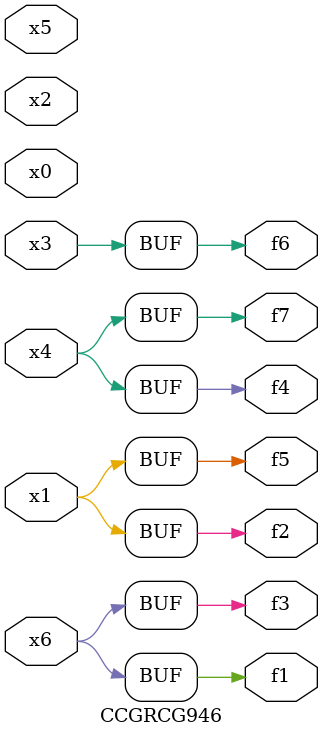
<source format=v>
module CCGRCG946(
	input x0, x1, x2, x3, x4, x5, x6,
	output f1, f2, f3, f4, f5, f6, f7
);
	assign f1 = x6;
	assign f2 = x1;
	assign f3 = x6;
	assign f4 = x4;
	assign f5 = x1;
	assign f6 = x3;
	assign f7 = x4;
endmodule

</source>
